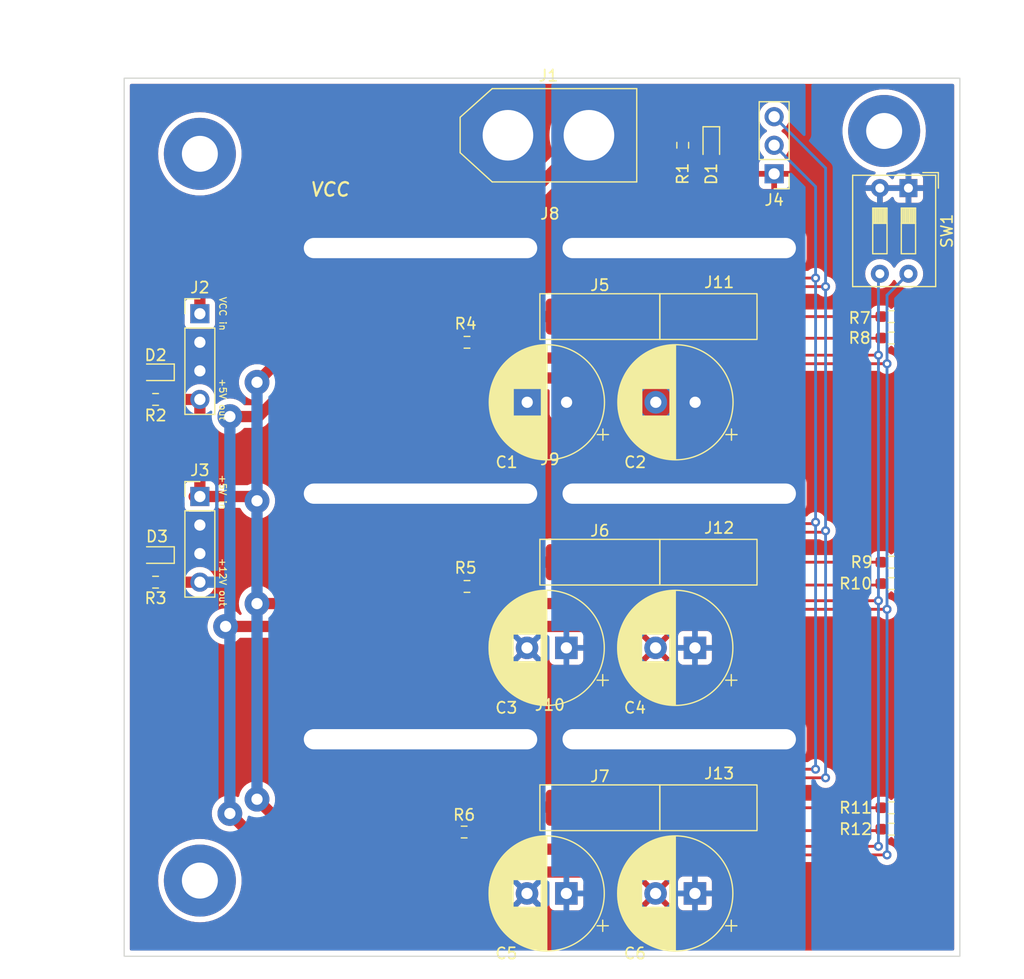
<source format=kicad_pcb>
(kicad_pcb (version 20211014) (generator pcbnew)
  (layers (0 "F.Cu" signal) (31 "B.Cu" signal) (34 "B.Paste" user) (35 "F.Paste" user) (36 "B.SilkS" user "B.Silkscreen") (37 "F.SilkS" user "F.Silkscreen") (38 "B.Mask" user) (39 "F.Mask" user) (44 "Edge.Cuts" user))
  (net 0 "")
  (net 1 "VCC")
  (net 2 "GND")
  (net 3 "Net-(D1-Pad2)")
  (net 4 "Net-(D2-Pad2)")
  (net 5 "Net-(D3-Pad2)")
  (net 6 "+5V")
  (net 7 "+12V")
  (net 8 "SCL")
  (net 9 "SDA")
  (net 10 "Net-(J11-Pad1)")
  (net 11 "Net-(J13-Pad3)")
  (net 12 "Net-(J13-Pad4)")
  (net 13 "Net-(J11-Pad2)")
  (net 14 "Net-(J11-Pad3)")
  (net 15 "Net-(J11-Pad4)")
  (net 16 "Net-(J12-Pad3)")
  (net 17 "Net-(J12-Pad4)")
  (net 18 "Net-(J5-Pad1)")
  (net 19 "Net-(J6-Pad1)")
  (net 20 "Net-(J7-Pad1)")
  (footprint "DogESCCarrier:ESC-Power-Tabs" (layer "F.Cu") (at 167.767 94.869)
    (fp_text reference "J10" (at 0 -3.048) (layer "F.SilkS"))
    (fp_text value "Conn_01x02")
    (pad "1" thru_hole roundrect (at -11.5 0) (size 21.619 3.4077) (drill oval 20.75 1.8) (layers *.Cu *.Mask) (net 2 "GND"))
    (pad "2" thru_hole roundrect (at 11.5 0) (size 21.619 3.4077) (drill oval 20.75 1.8) (layers *.Cu *.Mask) (net 1 "VCC"))
  )
  (footprint "Capacitor_THT:CP_Radial_D10.0mm_P3.50mm" (layer "F.Cu") (at 180.682354 64.897 180)
    (fp_text reference "C2" (at 5.334 -5.334) (layer "F.SilkS"))
    (fp_text value "470u")
    (pad "1" thru_hole rect (at 0 0 180) (size 2 2) (drill 1) (layers *.Cu *.Mask) (net 1 "VCC"))
    (pad "2" thru_hole circle (at 3.5 0 180) (size 2 2) (drill 1) (layers *.Cu *.Mask) (net 2 "GND"))
  )
  (footprint "MountingHole:MountingHole_3.2mm_M3_Pad" (layer "F.Cu") (at 136.652 107.442)
    (fp_text reference "REF**" hide)
    (fp_text value "MountingHole_3.2mm_M3_Pad")
    (pad "1" thru_hole circle (at 0 0) (size 6.4 6.4) (drill 3.2) (layers F&B.Cu *.Mask))
  )
  (footprint "Connector_PinHeader_2.54mm:PinHeader_1x04_P2.54mm_Vertical" (layer "F.Cu") (at 136.652 73.279)
    (fp_text reference "J3" (at 0 -2.33) (layer "F.SilkS"))
    (fp_text value "Conn_01x04")
    (pad "1" thru_hole rect (at 0 0) (size 1.7 1.7) (drill 1) (layers *.Cu *.Mask) (net 6 "+5V"))
    (pad "2" thru_hole oval (at 0 2.54) (size 1.7 1.7) (drill 1) (layers *.Cu *.Mask) (net 2 "GND"))
    (pad "3" thru_hole oval (at 0 5.08) (size 1.7 1.7) (drill 1) (layers *.Cu *.Mask) (net 2 "GND"))
    (pad "4" thru_hole oval (at 0 7.62) (size 1.7 1.7) (drill 1) (layers *.Cu *.Mask) (net 7 "+12V"))
  )
  (footprint "Resistor_SMD:R_0603_1608Metric_Pad0.98x0.95mm_HandSolder" (layer "F.Cu") (at 198.12 100.965)
    (fp_text reference "R11" (at -3.175 0) (layer "F.SilkS"))
    (fp_text value "0")
    (pad "1" smd roundrect (at -0.9125 0) (size 0.975 0.95) (layers "F.Cu" "F.Paste" "F.Mask") (net 12 "Net-(J13-Pad4)"))
    (pad "2" smd roundrect (at 0.9125 0) (size 0.975 0.95) (layers "F.Cu" "F.Paste" "F.Mask") (net 2 "GND"))
  )
  (footprint "Resistor_SMD:R_0603_1608Metric_Pad0.98x0.95mm_HandSolder" (layer "F.Cu") (at 179.578 42.037 -90)
    (fp_text reference "R1" (at 2.54 0 90) (layer "F.SilkS"))
    (fp_text value "2.2k")
    (pad "1" smd roundrect (at -0.9125 0 270) (size 0.975 0.95) (layers "F.Cu" "F.Paste" "F.Mask") (net 1 "VCC"))
    (pad "2" smd roundrect (at 0.9125 0 270) (size 0.975 0.95) (layers "F.Cu" "F.Paste" "F.Mask") (net 3 "Net-(D1-Pad2)"))
  )
  (footprint "Resistor_SMD:R_0603_1608Metric_Pad0.98x0.95mm_HandSolder" (layer "F.Cu") (at 132.715 64.643 180)
    (fp_text reference "R2" (at 0 -1.43) (layer "F.SilkS"))
    (fp_text value "680")
    (pad "1" smd roundrect (at -0.9125 0 180) (size 0.975 0.95) (layers "F.Cu" "F.Paste" "F.Mask") (net 6 "+5V"))
    (pad "2" smd roundrect (at 0.9125 0 180) (size 0.975 0.95) (layers "F.Cu" "F.Paste" "F.Mask") (net 4 "Net-(D2-Pad2)"))
  )
  (footprint "Resistor_SMD:R_0603_1608Metric_Pad0.98x0.95mm_HandSolder" (layer "F.Cu") (at 198.12 57.277)
    (fp_text reference "R7" (at -2.8175 0.127) (layer "F.SilkS"))
    (fp_text value "0")
    (pad "1" smd roundrect (at -0.9125 0) (size 0.975 0.95) (layers "F.Cu" "F.Paste" "F.Mask") (net 15 "Net-(J11-Pad4)"))
    (pad "2" smd roundrect (at 0.9125 0) (size 0.975 0.95) (layers "F.Cu" "F.Paste" "F.Mask") (net 2 "GND"))
  )
  (footprint "DogESCCarrier:ESC-I2C-Address-Select" (layer "F.Cu") (at 178.816 57.276)
    (fp_text reference "J11" (at 4 -3.048 unlocked) (layer "F.SilkS"))
    (fp_text value "Conn_01x04")
    (pad "1" smd roundrect (at 0 0) (size 1.5 3.2) (layers "F.Cu" "F.Paste" "F.Mask") (net 10 "Net-(J11-Pad1)"))
    (pad "2" smd roundrect (at 2 0) (size 1.5 3.2) (layers "F.Cu" "F.Paste" "F.Mask") (net 13 "Net-(J11-Pad2)"))
    (pad "3" smd roundrect (at 4 0) (size 1.5 3.2) (layers "F.Cu" "F.Paste" "F.Mask") (net 14 "Net-(J11-Pad3)"))
    (pad "4" smd roundrect (at 6 0) (size 1.5 3.2) (layers "F.Cu" "F.Paste" "F.Mask") (net 15 "Net-(J11-Pad4)"))
  )
  (footprint "Capacitor_THT:CP_Radial_D10.0mm_P3.50mm" (layer "F.Cu") (at 169.235 86.741 180)
    (fp_text reference "C3" (at 5.334 -5.334) (layer "F.SilkS"))
    (fp_text value "470u")
    (pad "1" thru_hole rect (at 0 0 180) (size 2 2) (drill 1) (layers *.Cu *.Mask) (net 1 "VCC"))
    (pad "2" thru_hole circle (at 3.5 0 180) (size 2 2) (drill 1) (layers *.Cu *.Mask) (net 2 "GND"))
  )
  (footprint "MountingHole:MountingHole_3.2mm_M3_Pad" (layer "F.Cu") (at 197.485 40.767)
    (fp_text reference "REF**" hide)
    (fp_text value "MountingHole_3.2mm_M3_Pad")
    (pad "1" thru_hole circle (at 0 0) (size 6.4 6.4) (drill 3.2) (layers F&B.Cu *.Mask))
  )
  (footprint "LED_SMD:LED_0603_1608Metric_Pad1.05x0.95mm_HandSolder" (layer "F.Cu") (at 132.715 78.486 180)
    (fp_text reference "D3" (at -0.127 1.651) (layer "F.SilkS"))
    (fp_text value "LED")
    (pad "1" smd roundrect (at -0.875 0 180) (size 1.05 0.95) (layers "F.Cu" "F.Paste" "F.Mask") (net 2 "GND"))
    (pad "2" smd roundrect (at 0.875 0 180) (size 1.05 0.95) (layers "F.Cu" "F.Paste" "F.Mask") (net 5 "Net-(D3-Pad2)"))
  )
  (footprint "Capacitor_THT:CP_Radial_D10.0mm_P3.50mm" (layer "F.Cu") (at 169.235 108.585 180)
    (fp_text reference "C5" (at 5.334 -5.334) (layer "F.SilkS"))
    (fp_text value "470u")
    (pad "1" thru_hole rect (at 0 0 180) (size 2 2) (drill 1) (layers *.Cu *.Mask) (net 1 "VCC"))
    (pad "2" thru_hole circle (at 3.5 0 180) (size 2 2) (drill 1) (layers *.Cu *.Mask) (net 2 "GND"))
  )
  (footprint "DogESCCarrier:ESC-I2C-Pads" (layer "F.Cu") (at 168.148 57.276)
    (fp_text reference "J5" (at 4.064 -2.794) (layer "F.SilkS"))
    (fp_text value "Conn_01x05")
    (pad "1" smd roundrect (at 0 0) (size 1.5 3.2) (layers "F.Cu" "F.Paste" "F.Mask") (net 18 "Net-(J5-Pad1)"))
    (pad "2" smd roundrect (at 2 0) (size 1.5 3.2) (layers "F.Cu" "F.Paste" "F.Mask") (net 8 "SCL"))
    (pad "3" smd roundrect (at 4 0) (size 1.5 3.2) (layers "F.Cu" "F.Paste" "F.Mask") (net 9 "SDA"))
    (pad "4" smd roundrect (at 6 0) (size 1.5 3.2) (layers "F.Cu" "F.Paste" "F.Mask") (net 6 "+5V"))
    (pad "5" smd roundrect (at 8 0) (size 1.5 3.2) (layers "F.Cu" "F.Paste" "F.Mask") (net 7 "+12V"))
  )
  (footprint "Connector_AMASS:AMASS_XT60-M_1x02_P7.20mm_Vertical" (layer "F.Cu") (at 164.04 41.148)
    (fp_text reference "J1" (at 3.6 -5.3) (layer "F.SilkS"))
    (fp_text value "Conn_01x02")
    (pad "1" thru_hole roundrect (at 0 0) (size 6 6) (drill 4.5) (layers *.Cu *.Mask) (net 2 "GND"))
    (pad "2" thru_hole circle (at 7.2 0) (size 6 6) (drill 4.5) (layers *.Cu *.Mask) (net 1 "VCC"))
  )
  (footprint "DogESCCarrier:ESC-I2C-Pads" (layer "F.Cu") (at 168.148 100.964)
    (fp_text reference "J7" (at 4.064 -2.794) (layer "F.SilkS"))
    (fp_text value "Conn_01x05")
    (pad "1" smd roundrect (at 0 0) (size 1.5 3.2) (layers "F.Cu" "F.Paste" "F.Mask") (net 20 "Net-(J7-Pad1)"))
    (pad "2" smd roundrect (at 2 0) (size 1.5 3.2) (layers "F.Cu" "F.Paste" "F.Mask") (net 8 "SCL"))
    (pad "3" smd roundrect (at 4 0) (size 1.5 3.2) (layers "F.Cu" "F.Paste" "F.Mask") (net 9 "SDA"))
    (pad "4" smd roundrect (at 6 0) (size 1.5 3.2) (layers "F.Cu" "F.Paste" "F.Mask") (net 6 "+5V"))
    (pad "5" smd roundrect (at 8 0) (size 1.5 3.2) (layers "F.Cu" "F.Paste" "F.Mask") (net 7 "+12V"))
  )
  (footprint "Resistor_SMD:R_0603_1608Metric_Pad0.98x0.95mm_HandSolder" (layer "F.Cu") (at 198.12 81.026)
    (fp_text reference "R10" (at -3.175 0) (layer "F.SilkS"))
    (fp_text value "0")
    (pad "1" smd roundrect (at -0.9125 0) (size 0.975 0.95) (layers "F.Cu" "F.Paste" "F.Mask") (net 16 "Net-(J12-Pad3)"))
    (pad "2" smd roundrect (at 0.9125 0) (size 0.975 0.95) (layers "F.Cu" "F.Paste" "F.Mask") (net 2 "GND"))
  )
  (footprint "Connector_PinHeader_2.54mm:PinHeader_1x04_P2.54mm_Vertical" (layer "F.Cu") (at 136.652 57.023)
    (fp_text reference "J2" (at 0 -2.33) (layer "F.SilkS"))
    (fp_text value "Conn_01x04")
    (pad "1" thru_hole rect (at 0 0) (size 1.7 1.7) (drill 1) (layers *.Cu *.Mask) (net 1 "VCC"))
    (pad "2" thru_hole oval (at 0 2.54) (size 1.7 1.7) (drill 1) (layers *.Cu *.Mask) (net 2 "GND"))
    (pad "3" thru_hole oval (at 0 5.08) (size 1.7 1.7) (drill 1) (layers *.Cu *.Mask) (net 2 "GND"))
    (pad "4" thru_hole oval (at 0 7.62) (size 1.7 1.7) (drill 1) (layers *.Cu *.Mask) (net 6 "+5V"))
  )
  (footprint "DogESCCarrier:ESC-I2C-Address-Select" (layer "F.Cu") (at 178.816 100.964)
    (fp_text reference "J13" (at 4 -3.048 unlocked) (layer "F.SilkS"))
    (fp_text value "Conn_01x04")
    (pad "1" smd roundrect (at 0 0) (size 1.5 3.2) (layers "F.Cu" "F.Paste" "F.Mask") (net 10 "Net-(J11-Pad1)"))
    (pad "2" smd roundrect (at 2 0) (size 1.5 3.2) (layers "F.Cu" "F.Paste" "F.Mask") (net 13 "Net-(J11-Pad2)"))
    (pad "3" smd roundrect (at 4 0) (size 1.5 3.2) (layers "F.Cu" "F.Paste" "F.Mask") (net 11 "Net-(J13-Pad3)"))
    (pad "4" smd roundrect (at 6 0) (size 1.5 3.2) (layers "F.Cu" "F.Paste" "F.Mask") (net 12 "Net-(J13-Pad4)"))
  )
  (footprint "Capacitor_THT:CP_Radial_D10.0mm_P3.50mm" (layer "F.Cu") (at 180.665 86.741 180)
    (fp_text reference "C4" (at 5.334 -5.334) (layer "F.SilkS"))
    (fp_text value "470u")
    (pad "1" thru_hole rect (at 0 0 180) (size 2 2) (drill 1) (layers *.Cu *.Mask) (net 1 "VCC"))
    (pad "2" thru_hole circle (at 3.5 0 180) (size 2 2) (drill 1) (layers *.Cu *.Mask) (net 2 "GND"))
  )
  (footprint "Resistor_SMD:R_0603_1608Metric_Pad0.98x0.95mm_HandSolder" (layer "F.Cu") (at 198.119 102.87)
    (fp_text reference "R12" (at -3.175 0) (layer "F.SilkS"))
    (fp_text value "0")
    (pad "1" smd roundrect (at -0.9125 0) (size 0.975 0.95) (layers "F.Cu" "F.Paste" "F.Mask") (net 11 "Net-(J13-Pad3)"))
    (pad "2" smd roundrect (at 0.9125 0) (size 0.975 0.95) (layers "F.Cu" "F.Paste" "F.Mask") (net 2 "GND"))
  )
  (footprint "Connector_PinHeader_2.54mm:PinHeader_1x03_P2.54mm_Vertical" (layer "F.Cu") (at 187.706 44.577 180)
    (fp_text reference "J4" (at 0 -2.33) (layer "F.SilkS"))
    (fp_text value "Conn_01x03")
    (pad "1" thru_hole rect (at 0 0 180) (size 1.7 1.7) (drill 1) (layers *.Cu *.Mask) (net 2 "GND"))
    (pad "2" thru_hole oval (at 0 2.54 180) (size 1.7 1.7) (drill 1) (layers *.Cu *.Mask) (net 8 "SCL"))
    (pad "3" thru_hole oval (at 0 5.08 180) (size 1.7 1.7) (drill 1) (layers *.Cu *.Mask) (net 9 "SDA"))
  )
  (footprint "DogESCCarrier:ESC-Power-Tabs" (layer "F.Cu") (at 167.767 51.181)
    (fp_text reference "J8" (at 0 -3.048) (layer "F.SilkS"))
    (fp_text value "Conn_01x02")
    (pad "1" thru_hole roundrect (at -11.5 0) (size 21.619 3.4077) (drill oval 20.75 1.8) (layers *.Cu *.Mask) (net 2 "GND"))
    (pad "2" thru_hole roundrect (at 11.5 0) (size 21.619 3.4077) (drill oval 20.75 1.8) (layers *.Cu *.Mask) (net 1 "VCC"))
  )
  (footprint "Capacitor_THT:CP_Radial_D10.0mm_P3.50mm" (layer "F.Cu") (at 169.252354 64.897 180)
    (fp_text reference "C1" (at 5.334 -5.334) (layer "F.SilkS"))
    (fp_text value "470u")
    (pad "1" thru_hole rect (at 0 0 180) (size 2 2) (drill 1) (layers *.Cu *.Mask) (net 1 "VCC"))
    (pad "2" thru_hole circle (at 3.5 0 180) (size 2 2) (drill 1) (layers *.Cu *.Mask) (net 2 "GND"))
  )
  (footprint "DogESCCarrier:ESC-I2C-Address-Select" (layer "F.Cu") (at 178.816 79.12)
    (fp_text reference "J12" (at 4 -3.048 unlocked) (layer "F.SilkS"))
    (fp_text value "Conn_01x04")
    (pad "1" smd roundrect (at 0 0) (size 1.5 3.2) (layers "F.Cu" "F.Paste" "F.Mask") (net 10 "Net-(J11-Pad1)"))
    (pad "2" smd roundrect (at 2 0) (size 1.5 3.2) (layers "F.Cu" "F.Paste" "F.Mask") (net 13 "Net-(J11-Pad2)"))
    (pad "3" smd roundrect (at 4 0) (size 1.5 3.2) (layers "F.Cu" "F.Paste" "F.Mask") (net 16 "Net-(J12-Pad3)"))
    (pad "4" smd roundrect (at 6 0) (size 1.5 3.2) (layers "F.Cu" "F.Paste" "F.Mask") (net 17 "Net-(J12-Pad4)"))
  )
  (footprint "LED_SMD:LED_0603_1608Metric_Pad1.05x0.95mm_HandSolder" (layer "F.Cu") (at 132.715 62.23 180)
    (fp_text reference "D2" (at 0 1.524) (layer "F.SilkS"))
    (fp_text value "LED")
    (pad "1" smd roundrect (at -0.875 0 180) (size 1.05 0.95) (layers "F.Cu" "F.Paste" "F.Mask") (net 2 "GND"))
    (pad "2" smd roundrect (at 0.875 0 180) (size 1.05 0.95) (layers "F.Cu" "F.Paste" "F.Mask") (net 4 "Net-(D2-Pad2)"))
  )
  (footprint "Resistor_SMD:R_0603_1608Metric_Pad0.98x0.95mm_HandSolder" (layer "F.Cu") (at 132.715 80.899 180)
    (fp_text reference "R3" (at 0 -1.43) (layer "F.SilkS"))
    (fp_text value "2.2k")
    (pad "1" smd roundrect (at -0.9125 0 180) (size 0.975 0.95) (layers "F.Cu" "F.Paste" "F.Mask") (net 7 "+12V"))
    (pad "2" smd roundrect (at 0.9125 0 180) (size 0.975 0.95) (layers "F.Cu" "F.Paste" "F.Mask") (net 5 "Net-(D3-Pad2)"))
  )
  (footprint "Resistor_SMD:R_0603_1608Metric_Pad0.98x0.95mm_HandSolder" (layer "F.Cu") (at 160.401 81.28 180)
    (fp_text reference "R5" (at 0.127 1.651) (layer "F.SilkS"))
    (fp_text value "0")
    (pad "1" smd roundrect (at -0.9125 0 180) (size 0.975 0.95) (layers "F.Cu" "F.Paste" "F.Mask") (net 19 "Net-(J6-Pad1)"))
    (pad "2" smd roundrect (at 0.9125 0 180) (size 0.975 0.95) (layers "F.Cu" "F.Paste" "F.Mask") (net 2 "GND"))
  )
  (footprint "Button_Switch_THT:SW_DIP_SPSTx02_Slide_9.78x7.26mm_W7.62mm_P2.54mm" (layer "F.Cu") (at 199.644 45.847 -90)
    (fp_text reference "SW1" (at 3.81 -3.42 90) (layer "F.SilkS"))
    (fp_text value "SW_DIP_x02")
    (pad "1" thru_hole rect (at 0 0 270) (size 1.6 1.6) (drill 0.8) (layers *.Cu *.Mask) (net 2 "GND"))
    (pad "2" thru_hole oval (at 0 2.54 270) (size 1.6 1.6) (drill 0.8) (layers *.Cu *.Mask) (net 2 "GND"))
    (pad "3" thru_hole oval (at 7.62 2.54 270) (size 1.6 1.6) (drill 0.8) (layers *.Cu *.Mask) (net 13 "Net-(J11-Pad2)"))
    (pad "4" thru_hole oval (at 7.62 0 270) (size 1.6 1.6) (drill 0.8) (layers *.Cu *.Mask) (net 10 "Net-(J11-Pad1)"))
  )
  (footprint "LED_SMD:LED_0603_1608Metric_Pad1.05x0.95mm_HandSolder" (layer "F.Cu") (at 182.118 42.051 -90)
    (fp_text reference "D1" (at 2.54 0 90) (layer "F.SilkS"))
    (fp_text value "LED")
    (pad "1" smd roundrect (at -0.875 0 270) (size 1.05 0.95) (layers "F.Cu" "F.Paste" "F.Mask") (net 2 "GND"))
    (pad "2" smd roundrect (at 0.875 0 270) (size 1.05 0.95) (layers "F.Cu" "F.Paste" "F.Mask") (net 3 "Net-(D1-Pad2)"))
  )
  (footprint "MountingHole:MountingHole_3.2mm_M3_Pad" (layer "F.Cu") (at 136.652 42.799)
    (fp_text reference "REF**" hide)
    (fp_text value "MountingHole_3.2mm_M3_Pad")
    (pad "1" thru_hole circle (at 0 0) (size 6.4 6.4) (drill 3.2) (layers *.Cu *.Mask))
  )
  (footprint "DogESCCarrier:ESC-I2C-Pads" (layer "F.Cu") (at 168.148 79.12)
    (fp_text reference "J6" (at 4.064 -2.794) (layer "F.SilkS"))
    (fp_text value "Conn_01x05")
    (pad "1" smd roundrect (at 0 0) (size 1.5 3.2) (layers "F.Cu" "F.Paste" "F.Mask") (net 19 "Net-(J6-Pad1)"))
    (pad "2" smd roundrect (at 2 0) (size 1.5 3.2) (layers "F.Cu" "F.Paste" "F.Mask") (net 8 "SCL"))
    (pad "3" smd roundrect (at 4 0) (size 1.5 3.2) (layers "F.Cu" "F.Paste" "F.Mask") (net 9 "SDA"))
    (pad "4" smd roundrect (at 6 0) (size 1.5 3.2) (layers "F.Cu" "F.Paste" "F.Mask") (net 6 "+5V"))
    (pad "5" smd roundrect (at 8 0) (size 1.5 3.2) (layers "F.Cu" "F.Paste" "F.Mask") (net 7 "+12V"))
  )
  (footprint "DogESCCarrier:ESC-Power-Tabs" (layer "F.Cu") (at 167.767 73.025)
    (fp_text reference "J9" (at 0 -3.048) (layer "F.SilkS"))
    (fp_text value "Conn_01x02")
    (pad "1" thru_hole roundrect (at -11.5 0) (size 21.619 3.4077) (drill oval 20.75 1.8) (layers *.Cu *.Mask) (net 2 "GND"))
    (pad "2" thru_hole roundrect (at 11.5 0) (size 21.619 3.4077) (drill oval 20.75 1.8) (layers *.Cu *.Mask) (net 1 "VCC"))
  )
  (footprint "Resistor_SMD:R_0603_1608Metric_Pad0.98x0.95mm_HandSolder" (layer "F.Cu") (at 198.12 79.121)
    (fp_text reference "R9" (at -2.6435 0) (layer "F.SilkS"))
    (fp_text value "0")
    (pad "1" smd roundrect (at -0.9125 0) (size 0.975 0.95) (layers "F.Cu" "F.Paste" "F.Mask") (net 17 "Net-(J12-Pad4)"))
    (pad "2" smd roundrect (at 0.9125 0) (size 0.975 0.95) (layers "F.Cu" "F.Paste" "F.Mask") (net 2 "GND"))
  )
  (footprint "Resistor_SMD:R_0603_1608Metric_Pad0.98x0.95mm_HandSolder" (layer "F.Cu") (at 160.147 103.124 180)
    (fp_text reference "R6" (at 0 1.524) (layer "F.SilkS"))
    (fp_text value "0")
    (pad "1" smd roundrect (at -0.9125 0 180) (size 0.975 0.95) (layers "F.Cu" "F.Paste" "F.Mask") (net 20 "Net-(J7-Pad1)"))
    (pad "2" smd roundrect (at 0.9125 0 180) (size 0.975 0.95) (layers "F.Cu" "F.Paste" "F.Mask") (net 2 "GND"))
  )
  (footprint "Capacitor_THT:CP_Radial_D10.0mm_P3.50mm" (layer "F.Cu") (at 180.665 108.585 180)
    (fp_text reference "C6" (at 5.334 -5.334) (layer "F.SilkS"))
    (fp_text value "470u")
    (pad "1" thru_hole rect (at 0 0 180) (size 2 2) (drill 1) (layers *.Cu *.Mask) (net 1 "VCC"))
    (pad "2" thru_hole circle (at 3.5 0 180) (size 2 2) (drill 1) (layers *.Cu *.Mask) (net 2 "GND"))
  )
  (footprint "Resistor_SMD:R_0603_1608Metric_Pad0.98x0.95mm_HandSolder" (layer "F.Cu") (at 160.401 59.563 180)
    (fp_text reference "R4" (at 0.127 1.651) (layer "F.SilkS"))
    (fp_text value "0")
    (pad "1" smd roundrect (at -0.9125 0 180) (size 0.975 0.95) (layers "F.Cu" "F.Paste" "F.Mask") (net 18 "Net-(J5-Pad1)"))
    (pad "2" smd roundrect (at 0.9125 0 180) (size 0.975 0.95) (layers "F.Cu" "F.Paste" "F.Mask") (net 2 "GND"))
  )
  (footprint "Resistor_SMD:R_0603_1608Metric_Pad0.98x0.95mm_HandSolder" (layer "F.Cu") (at 198.12 59.182)
    (fp_text reference "R8" (at -2.8175 0) (layer "F.SilkS"))
    (fp_text value "0")
    (pad "1" smd roundrect (at -0.9125 0) (size 0.975 0.95) (layers "F.Cu" "F.Paste" "F.Mask") (net 14 "Net-(J11-Pad3)"))
    (pad "2" smd roundrect (at 0.9125 0) (size 0.975 0.95) (layers "F.Cu" "F.Paste" "F.Mask") (net 2 "GND"))
  )
  (gr_rect (start 129.921 36.068) (end 204.216 114.173) (layer "Edge.Cuts") (width 0.1) (fill none))
  (gr_text "VCC in" (at 138.684 57.023 270) (layer "F.SilkS") (effects (font (size 0.6 0.6) (thickness 0.1))))
  (gr_text "+5V out" (at 138.684 64.643 270) (layer "F.SilkS") (effects (font (size 0.6 0.6) (thickness 0.1))))
  (gr_text "+5V in\n" (at 138.684 72.898 270) (layer "F.SilkS") (effects (font (size 0.6 0.6) (thickness 0.1))))
  (gr_text "+12V out" (at 138.684 80.899 270) (layer "F.SilkS") (effects (font (size 0.6 0.6) (thickness 0.1))))
  (gr_text "VCC" (at 148.209 45.974) (layer "F.SilkS") (effects (font (size 1.2 1.2) (thickness 0.2) italic)))
  (segment (start 136.652 52.705) (end 136.652 57.023) (width 1) (layer "F.Cu") (net 1))
  (segment (start 171.24 41.148) (end 165.017 47.371) (width 1) (layer "F.Cu") (net 1))
  (segment (start 141.986 47.371) (end 136.652 52.705) (width 1) (layer "F.Cu") (net 1))
  (segment (start 165.017 47.371) (end 141.986 47.371) (width 1) (layer "F.Cu") (net 1))
  (segment (start 179.5545 41.148) (end 179.578 41.1245) (width 1) (layer "F.Cu") (net 1))
  (segment (start 171.24 41.148) (end 179.5545 41.148) (width 1) (layer "F.Cu") (net 1))
  (segment (start 182.0945 42.9495) (end 182.118 42.926) (width 1) (layer "F.Cu") (net 3))
  (segment (start 179.6015 42.926) (end 179.578 42.9495) (width 0.25) (layer "F.Cu") (net 3))
  (segment (start 179.578 42.9495) (end 182.0945 42.9495) (width 1) (layer "F.Cu") (net 3))
  (segment (start 179.6155 42.912) (end 179.578 42.9495) (width 0.25) (layer "F.Cu") (net 3))
  (segment (start 131.8025 62.2675) (end 131.84 62.23) (width 1) (layer "F.Cu") (net 4))
  (segment (start 131.8025 64.643) (end 131.8025 62.2675) (width 1) (layer "F.Cu") (net 4))
  (segment (start 131.8025 80.899) (end 131.8025 78.5235) (width 1) (layer "F.Cu") (net 5))
  (segment (start 131.8025 78.5235) (end 131.84 78.486) (width 1) (layer "F.Cu") (net 5))
  (segment (start 141.351 73.279) (end 141.732 73.66) (width 1) (layer "F.Cu") (net 6))
  (segment (start 171.99 82.804) (end 141.732 82.804) (width 1) (layer "F.Cu") (net 6))
  (segment (start 174.149878 80.644122) (end 174.149878 79.241) (width 1) (layer "F.Cu") (net 6))
  (segment (start 172.117 104.648) (end 146.177 104.648) (width 1) (layer "F.Cu") (net 6))
  (segment (start 171.99 82.804) (end 174.149878 80.644122) (width 1) (layer "F.Cu") (net 6))
  (segment (start 136.652 64.643) (end 133.6275 64.643) (width 1) (layer "F.Cu") (net 6))
  (segment (start 174.276878 101.085) (end 174.276878 102.488122) (width 1) (layer "F.Cu") (net 6))
  (segment (start 143.888 60.963) (end 141.732 63.119) (width 1) (layer "F.Cu") (net 6))
  (segment (start 174.276878 102.488122) (end 172.117 104.648) (width 1) (layer "F.Cu") (net 6))
  (segment (start 174.148 57.276) (end 174.148 58.679122) (width 1) (layer "F.Cu") (net 6))
  (segment (start 136.144 73.279) (end 141.351 73.279) (width 1) (layer "F.Cu") (net 6))
  (segment (start 146.177 104.648) (end 141.732 100.203) (width 1) (layer "F.Cu") (net 6))
  (segment (start 136.652 64.643) (end 136.652 73.279) (width 1) (layer "F.Cu") (net 6))
  (segment (start 174.148 58.679122) (end 171.864122 60.963) (width 1) (layer "F.Cu") (net 6))
  (segment (start 171.864122 60.963) (end 143.888 60.963) (width 1) (layer "F.Cu") (net 6))
  (via (at 141.732 100.203) (size 2.2) (drill 1) (layers "F.Cu" "B.Cu") (net 6))
  (via (at 141.732 73.66) (size 2.2) (drill 1) (layers "F.Cu" "B.Cu") (net 6))
  (via (at 141.732 82.804) (size 2.2) (drill 1) (layers "F.Cu" "B.Cu") (net 6))
  (via (at 141.732 63.119) (size 2.2) (drill 1) (layers "F.Cu" "B.Cu") (net 6))
  (segment (start 141.732 73.66) (end 141.732 63.119) (width 1) (layer "B.Cu") (net 6))
  (segment (start 141.732 100.203) (end 141.732 73.6925) (width 1) (layer "B.Cu") (net 6))
  (segment (start 176.276878 102.488122) (end 172.085 106.68) (width 1) (layer "F.Cu") (net 7))
  (segment (start 172.089122 62.738) (end 176.148 58.679122) (width 1) (layer "F.Cu") (net 7))
  (segment (start 136.652 80.899) (end 133.6275 80.899) (width 1) (layer "F.Cu") (net 7))
  (segment (start 145.288 62.738) (end 172.089122 62.738) (width 1) (layer "F.Cu") (net 7))
  (segment (start 176.276878 101.085) (end 176.276878 102.488122) (width 1) (layer "F.Cu") (net 7))
  (segment (start 172.085 106.68) (end 144.526 106.68) (width 1) (layer "F.Cu") (net 7))
  (segment (start 139.319 66.167) (end 141.859 66.167) (width 1) (layer "F.Cu") (net 7))
  (segment (start 144.526 106.68) (end 139.319 101.473) (width 1) (layer "F.Cu") (net 7))
  (segment (start 176.149878 80.644122) (end 171.958 84.836) (width 1) (layer "F.Cu") (net 7))
  (segment (start 176.148 58.679122) (end 176.148 57.276) (width 1) (layer "F.Cu") (net 7))
  (segment (start 141.859 66.167) (end 145.288 62.738) (width 1) (layer "F.Cu") (net 7))
  (segment (start 171.958 84.836) (end 138.938 84.836) (width 1) (layer "F.Cu") (net 7))
  (segment (start 176.149878 79.241) (end 176.149878 80.644122) (width 1) (layer "F.Cu") (net 7))
  (via (at 139.319 66.167) (size 2.2) (drill 1) (layers "F.Cu" "B.Cu") (net 7))
  (via (at 138.938 84.836) (size 2.2) (drill 1) (layers "F.Cu" "B.Cu") (net 7))
  (via (at 139.319 101.473) (size 2.2) (drill 1) (layers "F.Cu" "B.Cu") (net 7))
  (segment (start 139.319 101.473) (end 139.319 80.899) (width 1) (layer "B.Cu") (net 7))
  (segment (start 136.652 80.899) (end 139.319 80.899) (width 1) (layer "B.Cu") (net 7))
  (segment (start 139.319 79.629) (end 139.319 66.167) (width 1) (layer "B.Cu") (net 7))
  (segment (start 139.319 80.899) (end 139.319 79.629) (width 1) (layer "B.Cu") (net 7))
  (segment (start 170.148 55.404) (end 171.704 53.848) (width 0.25) (layer "F.Cu") (net 8))
  (segment (start 170.148 57.276) (end 170.148 55.404) (width 0.25) (layer "F.Cu") (net 8))
  (segment (start 171.704 97.536) (end 191.389 97.536) (width 0.25) (layer "F.Cu") (net 8))
  (segment (start 170.148 99.092) (end 171.704 97.536) (width 0.25) (layer "F.Cu") (net 8))
  (segment (start 170.148 77.248) (end 171.704 75.692) (width 0.25) (layer "F.Cu") (net 8))
  (segment (start 170.148 100.964) (end 170.148 99.092) (width 0.25) (layer "F.Cu") (net 8))
  (segment (start 171.704 53.848) (end 191.389 53.848) (width 0.25) (layer "F.Cu") (net 8))
  (segment (start 170.148 79.12) (end 170.148 77.248) (width 0.25) (layer "F.Cu") (net 8))
  (segment (start 171.704 75.692) (end 191.389 75.692) (width 0.25) (layer "F.Cu") (net 8))
  (via (at 191.389 97.536) (size 0.8) (drill 0.4) (layers "F.Cu" "B.Cu") (net 8))
  (via (at 191.389 75.565) (size 0.8) (drill 0.4) (layers "F.Cu" "B.Cu") (net 8))
  (via (at 191.389 53.848) (size 0.8) (drill 0.4) (layers "F.Cu" "B.Cu") (net 8))
  (segment (start 191.389 45.72) (end 187.706 42.037) (width 0.25) (layer "B.Cu") (net 8))
  (segment (start 191.389 53.848) (end 191.389 45.72) (width 0.25) (layer "B.Cu") (net 8))
  (segment (start 191.389 53.848) (end 191.389 97.536) (width 0.25) (layer "B.Cu") (net 8))
  (segment (start 172.148 100.964) (end 172.148 99.124) (width 0.25) (layer "F.Cu") (net 9))
  (segment (start 172.148 55.436) (end 172.974 54.61) (width 0.25) (layer "F.Cu") (net 9))
  (segment (start 172.974 54.61) (end 192.278 54.61) (width 0.25) (layer "F.Cu") (net 9))
  (segment (start 172.148 57.276) (end 172.148 55.436) (width 0.25) (layer "F.Cu") (net 9))
  (segment (start 172.974 98.298) (end 192.278 98.298) (width 0.25) (layer "F.Cu") (net 9))
  (segment (start 172.148 79.12) (end 172.148 77.28) (width 0.25) (layer "F.Cu") (net 9))
  (segment (start 172.148 77.28) (end 172.974 76.454) (width 0.25) (layer "F.Cu") (net 9))
  (segment (start 172.974 76.454) (end 192.278 76.454) (width 0.25) (layer "F.Cu") (net 9))
  (segment (start 172.148 99.124) (end 172.974 98.298) (width 0.25) (layer "F.Cu") (net 9))
  (via (at 192.278 54.61) (size 0.8) (drill 0.4) (layers "F.Cu" "B.Cu") (net 9))
  (via (at 192.278 76.327) (size 0.8) (drill 0.4) (layers "F.Cu" "B.Cu") (net 9))
  (via (at 192.278 98.298) (size 0.8) (drill 0.4) (layers "F.Cu" "B.Cu") (net 9))
  (segment (start 192.278 54.61) (end 192.278 98.298) (width 0.25) (layer "B.Cu") (net 9))
  (segment (start 192.278 44.069) (end 187.706 39.497) (width 0.25) (layer "B.Cu") (net 9))
  (segment (start 192.278 54.61) (end 192.278 44.069) (width 0.25) (layer "B.Cu") (net 9))
  (segment (start 180.721 83.058) (end 180.975 83.312) (width 0.25) (layer "F.Cu") (net 10))
  (segment (start 180.975 83.312) (end 197.739 83.312) (width 0.25) (layer "F.Cu") (net 10))
  (segment (start 178.816 59.309) (end 178.816 57.276) (width 0.25) (layer "F.Cu") (net 10))
  (segment (start 178.816 79.12) (end 178.816 81.153) (width 0.25) (layer "F.Cu") (net 10))
  (segment (start 197.739 61.468) (end 180.975 61.468) (width 0.25) (layer "F.Cu") (net 10))
  (segment (start 178.816 100.964) (end 178.816 102.997) (width 0.25) (layer "F.Cu") (net 10))
  (segment (start 178.816 102.997) (end 180.975 105.156) (width 0.25) (layer "F.Cu") (net 10))
  (segment (start 180.975 61.468) (end 178.816 59.309) (width 0.25) (layer "F.Cu") (net 10))
  (segment (start 178.816 81.153) (end 180.721 83.058) (width 0.25) (layer "F.Cu") (net 10))
  (segment (start 180.975 105.156) (end 197.739 105.156) (width 0.25) (layer "F.Cu") (net 10))
  (via (at 197.739 83.312) (size 0.8) (drill 0.4) (layers "F.Cu" "B.Cu") (net 10))
  (via (at 197.739 61.468) (size 0.8) (drill 0.4) (layers "F.Cu" "B.Cu") (net 10))
  (via (at 197.739 105.156) (size 0.8) (drill 0.4) (layers "F.Cu" "B.Cu") (net 10))
  (segment (start 199.644 53.467) (end 197.739 55.372) (width 0.25) (layer "B.Cu") (net 10))
  (segment (start 197.739 86.487) (end 197.739 105.156) (width 0.25) (layer "B.Cu") (net 10))
  (segment (start 197.739 66.04) (end 197.739 86.487) (width 0.25) (layer "B.Cu") (net 10))
  (segment (start 197.739 55.372) (end 197.739 66.04) (width 0.25) (layer "B.Cu") (net 10))
  (segment (start 182.816 100.964) (end 182.816 101.8535) (width 0.25) (layer "F.Cu") (net 11))
  (segment (start 183.9595 102.997) (end 197.0795 102.997) (width 0.25) (layer "F.Cu") (net 11))
  (segment (start 197.0795 102.997) (end 197.2065 102.87) (width 0.25) (layer "F.Cu") (net 11))
  (segment (start 182.816 101.8535) (end 183.9595 102.997) (width 0.25) (layer "F.Cu") (net 11))
  (segment (start 184.816 100.964) (end 197.2065 100.964) (width 0.25) (layer "F.Cu") (net 12))
  (segment (start 197.2065 100.964) (end 197.2075 100.965) (width 0.25) (layer "F.Cu") (net 12))
  (segment (start 180.816 102.965) (end 182.245 104.394) (width 0.25) (layer "F.Cu") (net 13))
  (segment (start 180.816 81.121) (end 182.118 82.423) (width 0.25) (layer "F.Cu") (net 13))
  (segment (start 182.245 82.55) (end 196.977 82.55) (width 0.25) (layer "F.Cu") (net 13))
  (segment (start 182.245 104.394) (end 196.977 104.394) (width 0.25) (layer "F.Cu") (net 13))
  (segment (start 180.816 79.12) (end 180.816 81.121) (width 0.25) (layer "F.Cu") (net 13))
  (segment (start 180.816 59.3405) (end 180.816 57.276) (width 0.25) (layer "F.Cu") (net 13))
  (segment (start 182.118 82.423) (end 182.245 82.55) (width 0.25) (layer "F.Cu") (net 13))
  (segment (start 196.977 60.706) (end 182.1815 60.706) (width 0.25) (layer "F.Cu") (net 13))
  (segment (start 182.1815 60.706) (end 180.816 59.3405) (width 0.25) (layer "F.Cu") (net 13))
  (segment (start 180.816 100.964) (end 180.816 102.965) (width 0.25) (layer "F.Cu") (net 13))
  (via (at 196.977 82.55) (size 0.8) (drill 0.4) (layers "F.Cu" "B.Cu") (net 13))
  (via (at 196.977 60.706) (size 0.8) (drill 0.4) (layers "F.Cu" "B.Cu") (net 13))
  (via (at 196.977 104.394) (size 0.8) (drill 0.4) (layers "F.Cu" "B.Cu") (net 13))
  (segment (start 197.104 53.467) (end 196.977 53.594) (width 0.25) (layer "B.Cu") (net 13))
  (segment (start 196.977 86.614) (end 196.977 104.394) (width 0.25) (layer "B.Cu") (net 13))
  (segment (start 196.977 53.594) (end 196.977 66.929) (width 0.25) (layer "B.Cu") (net 13))
  (segment (start 196.977 66.929) (end 196.977 86.614) (width 0.25) (layer "B.Cu") (net 13))
  (segment (start 183.915 59.201) (end 197.1885 59.201) (width 0.25) (layer "F.Cu") (net 14))
  (segment (start 197.1885 59.201) (end 197.2075 59.182) (width 0.25) (layer "F.Cu") (net 14))
  (segment (start 182.816 58.102) (end 183.915 59.201) (width 0.25) (layer "F.Cu") (net 14))
  (segment (start 182.816 57.276) (end 182.816 58.102) (width 0.25) (layer "F.Cu") (net 14))
  (segment (start 197.2065 57.276) (end 197.2075 57.277) (width 0.25) (layer "F.Cu") (net 15))
  (segment (start 184.816 57.276) (end 197.2065 57.276) (width 0.25) (layer "F.Cu") (net 15))
  (segment (start 182.816 79.946) (end 184.023 81.153) (width 0.25) (layer "F.Cu") (net 16))
  (segment (start 184.023 81.153) (end 197.0805 81.153) (width 0.25) (layer "F.Cu") (net 16))
  (segment (start 197.0805 81.153) (end 197.2075 81.026) (width 0.25) (layer "F.Cu") (net 16))
  (segment (start 182.816 79.12) (end 182.816 79.946) (width 0.25) (layer "F.Cu") (net 16))
  (segment (start 184.816 79.12) (end 197.2065 79.12) (width 0.25) (layer "F.Cu") (net 17))
  (segment (start 197.2065 79.12) (end 197.2075 79.121) (width 0.25) (layer "F.Cu") (net 17))
  (segment (start 168.148 57.276) (end 163.6005 57.276) (width 1) (layer "F.Cu") (net 18))
  (segment (start 163.6005 57.276) (end 161.3135 59.563) (width 1) (layer "F.Cu") (net 18))
  (segment (start 163.4735 79.12) (end 161.3135 81.28) (width 1) (layer "F.Cu") (net 19))
  (segment (start 168.148 79.12) (end 163.4735 79.12) (width 1) (layer "F.Cu") (net 19))
  (segment (start 167.9975 100.901) (end 163.323 100.901) (width 1) (layer "F.Cu") (net 20))
  (segment (start 163.323 100.901) (end 161.163 103.061) (width 1) (layer "F.Cu") (net 20))
  (zone (net 2) (net_name "GND") (layers F&B.Cu) (name "GND_plane") (connect_pads (clearance 0.508)) (min_thickness 0.254) (fill yes (thermal_gap 0.508) (thermal_bridge_width 0.508))
    (polygon (pts (xy 204.216 114.173) (xy 129.921 114.173) (xy 129.921 36.068) (xy 204.216 36.068)))
  )
  (zone (net 1) (net_name "VCC") (layer "B.Cu") (priority 1) (connect_pads (clearance 0.508)) (min_thickness 0.254) (fill yes (thermal_gap 0.508) (thermal_bridge_width 0.508))
    (polygon (pts (xy 190.5 114.3) (xy 167.894 114.3) (xy 167.894 35.814) (xy 190.5 35.814)))
  )
)
</source>
